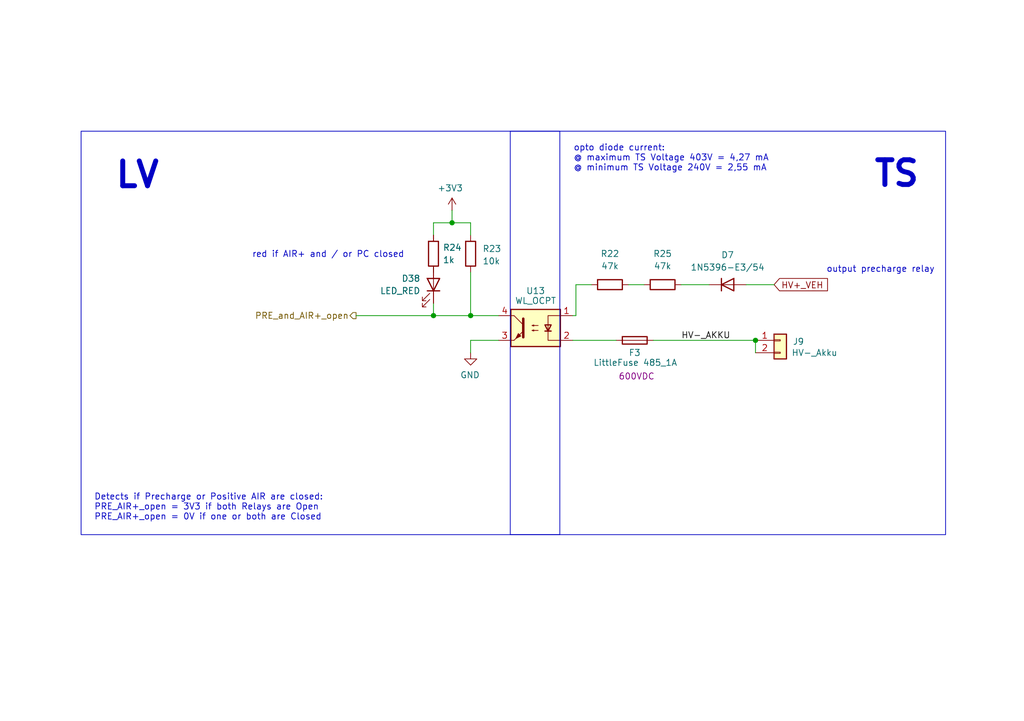
<source format=kicad_sch>
(kicad_sch (version 20250114) (generator "eeschema") (generator_version "9.0")
  (paper "A5")
  (title_block (title "Precharge State Detection") (date "2025-03-09") (rev "V1") (comment 1 "Lene Marquardt"))
  (lib_symbols
    (symbol "Connector_Generic:Conn_01x02" (pin_names (offset 1.016) (hide yes))
      (property "Reference" "J" (at 0 2.54 0))
      (property "Value" "Conn_01x02" (at 0 -5.08 0))
      (symbol "Conn_01x02_1_1"
        (rectangle (start -1.27 1.27) (end 1.27 -3.81) (stroke (width 0.254)) (fill (type background)))
        (rectangle (start -1.27 0.127) (end 0 -0.127) (stroke (width 0.1524)))
        (rectangle (start -1.27 -2.413) (end 0 -2.667) (stroke (width 0.1524)))
        (pin passive line (at -5.08 0 0) (length 3.81) (name "Pin_1") (number "1"))
        (pin passive line (at -5.08 -2.54 0) (length 3.81) (name "Pin_2") (number "2"))
      )
    )
    (symbol "Device:D" (pin_numbers (hide yes)) (pin_names (offset 1.016) (hide yes))
      (property "Reference" "D" (at 0 2.54 0))
      (property "Value" "D" (at 0 -2.54 0))
      (symbol "D_0_1"
        (polyline (pts (xy -1.27 1.27) (xy -1.27 -1.27)) (stroke (width 0.254)))
        (polyline (pts (xy 1.27 1.27) (xy 1.27 -1.27) (xy -1.27 0) (xy 1.27 1.27)) (stroke (width 0.254)))
        (polyline (pts (xy 1.27 0) (xy -1.27 0)))
      )
      (symbol "D_1_1"
        (pin passive line (at -3.81 0 0) (length 2.54) (name "K") (number "1"))
        (pin passive line (at 3.81 0 180) (length 2.54) (name "A") (number "2"))
      )
    )
    (symbol "Device:LED" (pin_numbers (hide yes)) (pin_names (offset 1.016) (hide yes))
      (property "Reference" "D" (at 0 2.54 0))
      (property "Value" "LED" (at 0 -2.54 0))
      (symbol "LED_0_1"
        (polyline (pts (xy -3.048 -0.762) (xy -4.572 -2.286) (xy -3.81 -2.286) (xy -4.572 -2.286) (xy -4.572 -1.524)))
        (polyline (pts (xy -1.778 -0.762) (xy -3.302 -2.286) (xy -2.54 -2.286) (xy -3.302 -2.286) (xy -3.302 -1.524)))
        (polyline (pts (xy -1.27 0) (xy 1.27 0)))
        (polyline (pts (xy -1.27 -1.27) (xy -1.27 1.27)) (stroke (width 0.254)))
        (polyline (pts (xy 1.27 -1.27) (xy 1.27 1.27) (xy -1.27 0) (xy 1.27 -1.27)) (stroke (width 0.254)))
      )
      (symbol "LED_1_1"
        (pin passive line (at -3.81 0 0) (length 2.54) (name "K") (number "1"))
        (pin passive line (at 3.81 0 180) (length 2.54) (name "A") (number "2"))
      )
    )
    (symbol "Device:R" (pin_numbers (hide yes)) (pin_names (offset 0))
      (property "Reference" "R" (at 2.032 0 90))
      (property "Value" "R" (at 0 0 90))
      (symbol "R_0_1"
        (rectangle (start -1.016 -2.54) (end 1.016 2.54) (stroke (width 0.254)))
      )
      (symbol "R_1_1"
        (pin passive line (at 0 3.81 270) (length 1.27) (name "~") (number "1"))
        (pin passive line (at 0 -3.81 90) (length 1.27) (name "~") (number "2"))
      )
    )
    (symbol "FaSTTUBe_Fuses:485_1A" (pin_numbers (hide yes)) (pin_names (offset 0))
      (property "Reference" "F" (at 2.032 0 90))
      (property "Value" "485_1A" (at -5.08 0 90))
      (property "Voltage" "600VDC" (at -2.54 0 90))
      (symbol "485_1A_0_1"
        (rectangle (start -0.762 -2.54) (end 0.762 2.54) (stroke (width 0.254)))
        (polyline (pts (xy 0 2.54) (xy 0 -2.54)))
      )
      (symbol "485_1A_1_1"
        (pin passive line (at 0 3.81 270) (length 1.27) (name "~") (number "1"))
        (pin passive line (at 0 -3.81 90) (length 1.27) (name "~") (number "2"))
      )
    )
    (symbol "Isolator:FODM217A"
      (property "Reference" "U4" (at 1.27 7.62 0))
      (property "Value" "WL_OCDA" (at 1.27 5.588 0))
      (symbol "FODM217A_0_1"
        (rectangle (start -5.08 3.81) (end 5.08 -3.81) (stroke (width 0.254)) (fill (type background)))
        (polyline (pts (xy -5.08 2.54) (xy -2.54 2.54) (xy -2.54 -0.635)))
        (polyline (pts (xy -3.175 -0.635) (xy -1.905 -0.635)) (stroke (width 0.254)))
        (polyline (pts (xy -2.54 -0.635) (xy -2.54 -2.54) (xy -5.08 -2.54)))
        (polyline (pts (xy -2.54 -0.635) (xy -3.175 0.635) (xy -1.905 0.635) (xy -2.54 -0.635)) (stroke (width 0.254)))
        (polyline (pts (xy -0.508 0.508) (xy 0.762 0.508) (xy 0.381 0.381) (xy 0.381 0.635) (xy 0.762 0.508)))
        (polyline (pts (xy -0.508 -0.508) (xy 0.762 -0.508) (xy 0.381 -0.635) (xy 0.381 -0.381) (xy 0.762 -0.508)))
        (polyline (pts (xy 2.54 1.905) (xy 2.54 -1.905) (xy 2.54 -1.905)) (stroke (width 0.508)))
        (polyline (pts (xy 2.54 0.635) (xy 4.445 2.54)))
        (polyline (pts (xy 3.048 -1.651) (xy 3.556 -1.143) (xy 4.064 -2.159) (xy 3.048 -1.651) (xy 3.048 -1.651)) (fill (type outline)))
        (polyline (pts (xy 4.445 2.54) (xy 5.08 2.54)))
        (polyline (pts (xy 4.445 -2.54) (xy 2.54 -0.635)) (fill (type outline)))
        (polyline (pts (xy 4.445 -2.54) (xy 5.08 -2.54)))
      )
      (symbol "FODM217A_1_1"
        (pin passive line (at -7.62 2.54 0) (length 2.54) (name "~") (number "1"))
        (pin passive line (at -7.62 -2.54 0) (length 2.54) (name "~") (number "2"))
        (pin passive line (at 7.62 2.54 180) (length 2.54) (name "~") (number "4"))
        (pin passive line (at 7.62 -2.54 180) (length 2.54) (name "~") (number "3"))
      )
    )
    (symbol "power:+3V3" (power) (pin_numbers (hide yes)) (pin_names (offset 0) (hide yes))
      (property "Value" "+3V3" (at 0 3.556 0))
      (symbol "+3V3_0_1"
        (polyline (pts (xy -0.762 1.27) (xy 0 2.54)))
        (polyline (pts (xy 0 2.54) (xy 0.762 1.27)))
        (polyline (pts (xy 0 0) (xy 0 2.54)))
      )
      (symbol "+3V3_1_1"
        (pin power_in line (at 0 0 90) (length 0) (name "~") (number "1"))
      )
    )
    (symbol "power:GND" (power) (pin_numbers (hide yes)) (pin_names (offset 0) (hide yes))
      (property "Value" "GND" (at 0 -3.81 0))
      (symbol "GND_0_1"
        (polyline (pts (xy 0 0) (xy 0 -1.27) (xy 1.27 -1.27) (xy 0 -2.54) (xy -1.27 -1.27) (xy 0 -1.27)))
      )
      (symbol "GND_1_1"
        (pin power_in line (at 0 0 270) (length 0) (name "~") (number "1"))
      )
    )
  )
  (rectangle (start 104.648 26.924) (end 114.808 109.728))
  (rectangle (start 16.637 26.924) (end 193.929 109.728))
  (text "output precharge relay" (at 180.594 55.372 0) (effects (font (size 1.27 1.27))))
  (text "Detects if Precharge or Positive AIR are closed:\nPRE_AIR+_open = 3V3 if both Relays are Open\nPRE_AIR+_open = 0V if one or both are Closed " (at 19.304 106.934 0) (effects (font (size 1.27 1.27)) (justify left bottom)))
  (text "LV" (at 28.194 36.068 0) (effects (font (size 5.08 5.08) (thickness 1.016) (bold yes))))
  (text "red if AIR+ and / or PC closed" (at 67.31 52.324 0) (effects (font (size 1.27 1.27))))
  (text "TS" (at 183.896 35.814 0) (effects (font (size 5.08 5.08) (thickness 1.016) (bold yes))))
  (text "opto diode current:\n@ maximum TS Voltage 403V = 4,27 mA\n@ minimum TS Voltage 240V = 2,55 mA" (at 117.602 32.512 0) (effects (font (size 1.27 1.27)) (justify left)))
  (junction (at 154.94 69.85))
  (junction (at 92.71 45.72))
  (junction (at 96.52 64.77))
  (junction (at 88.9 64.77))
  (wire (pts (xy 96.52 45.72) (xy 96.52 48.26)))
  (wire (pts (xy 88.9 48.26) (xy 88.9 45.72)))
  (wire (pts (xy 133.985 69.85) (xy 154.94 69.85)))
  (wire (pts (xy 139.7 58.42) (xy 145.415 58.42)))
  (wire (pts (xy 88.9 54.61) (xy 88.9 55.88)))
  (wire (pts (xy 88.9 45.72) (xy 92.71 45.72)))
  (wire (pts (xy 153.035 58.42) (xy 158.75 58.42)))
  (wire (pts (xy 88.9 64.77) (xy 96.52 64.77)))
  (wire (pts (xy 154.94 69.85) (xy 154.94 72.39)))
  (wire (pts (xy 92.71 43.18) (xy 92.71 45.72)))
  (wire (pts (xy 128.905 58.42) (xy 132.08 58.42)))
  (wire (pts (xy 73.025 64.77) (xy 88.9 64.77)))
  (wire (pts (xy 117.475 69.85) (xy 126.365 69.85)))
  (wire (pts (xy 96.52 69.85) (xy 96.52 72.39)))
  (wire (pts (xy 96.52 64.77) (xy 102.235 64.77)))
  (wire (pts (xy 118.11 64.77) (xy 117.475 64.77)))
  (wire (pts (xy 118.11 58.42) (xy 121.285 58.42)))
  (wire (pts (xy 96.52 55.88) (xy 96.52 64.77)))
  (wire (pts (xy 92.71 45.72) (xy 96.52 45.72)))
  (wire (pts (xy 88.9 62.23) (xy 88.9 64.77)))
  (wire (pts (xy 118.11 58.42) (xy 118.11 64.77)))
  (wire (pts (xy 96.52 69.85) (xy 102.235 69.85)))
  (label "HV-_AKKU" (at 139.7 69.85 0) (property "Netclass" "HV-Leitung" (effects (hide yes))))
  (global_label "HV+_VEH" (shape input) (at 158.75 58.42 0) (property "Intersheetrefs" "${INTERSHEET_REFS}" (effects (hide yes))))
  (hierarchical_label "PRE_and_AIR+_open" (shape output) (at 73.025 64.77 180))
  (symbol (lib_id "Device:R") (at 88.9 52.07 0) (unit 1)
    (property "Reference" "R24" (at 90.805 50.7999 0) (effects (justify left)))
    (property "Value" "1k" (at 90.805 53.3399 0) (effects (justify left)))
    (property "Footprint" "Resistor_SMD:R_0603_1608Metric" (effects (hide yes)))
    (property "Description" "Resistor" (effects (hide yes)))
  )
  (symbol (lib_id "power:+3V3") (at 92.71 43.18 0) (unit 1)
    (property "Reference" "#PWR029" (effects (hide yes)))
    (property "Value" "+3V3" (at 92.329 38.608 0))
    (property "Description" "Power symbol creates a global label with name \"+3V3\"" (effects (hide yes)))
  )
  (symbol (lib_id "Device:R") (at 96.52 52.07 0) (unit 1)
    (property "Reference" "R23" (at 98.933 51.054 0) (effects (justify left)))
    (property "Value" "10k" (at 98.933 53.594 0) (effects (justify left)))
    (property "Footprint" "Resistor_SMD:R_0603_1608Metric" (effects (hide yes)))
    (property "Description" "Resistor" (effects (hide yes)))
  )
  (symbol (lib_id "FaSTTUBe_Fuses:485_1A") (at 130.175 69.85 270) (mirror x) (unit 1)
    (property "Reference" "F3" (at 130.175 72.39 90))
    (property "Value" "LittleFuse 485_1A" (at 130.302 74.422 90))
    (property "Footprint" "FaSTTUBe_Fuses:Littelfuse_485" (effects (hide yes)))
    (property "Datasheet" "https://www.mouser.de/datasheet/2/643/ds_CP_0ACJ_series-3045709.pdf" (effects (hide yes)))
    (property "Voltage" "600VDC" (at 130.556 77.216 90))
  )
  (symbol (lib_id "Isolator:FODM217A") (at 109.855 67.31 0) (mirror y) (unit 1)
    (property "Reference" "U13" (at 109.855 59.69 0))
    (property "Value" "WL_OCPT" (at 109.855 61.722 0))
    (property "Footprint" "Package_SO:SOP-4_3.8x4.1mm_P2.54mm" (effects (hide yes)))
    (property "Datasheet" "https://www.we-online.com/components/products/datasheet/140356145200.pdf" (effects (hide yes)))
    (property "Description" "140356145200" (effects (hide yes)))
  )
  (symbol (lib_id "Device:D") (at 149.225 58.42 0) (unit 1)
    (property "Reference" "D7" (at 149.225 52.324 0))
    (property "Value" "1N5396-E3/54" (at 149.225 54.864 0))
    (property "Footprint" "Diode_THT:D_DO-41_SOD81_P12.70mm_Horizontal" (effects (hide yes)))
    (property "Datasheet" "https://www.vishay.com/docs/88514/1n5391.pdf" (effects (hide yes)))
    (property "Description" "500 V" (effects (hide yes)))
  )
  (symbol (lib_id "Connector_Generic:Conn_01x02") (at 160.02 69.85 0) (unit 1)
    (property "Reference" "J9" (at 162.56 70.104 0) (effects (justify left)))
    (property "Value" "HV-_Akku" (at 162.306 72.39 0) (effects (justify left)))
    (property "Footprint" "FaSTTUBe_connectors:Micro_Mate-N-Lok_2p_vertical" (effects (hide yes)))
    (property "Description" "Generic connector, single row, 01x02, script generated (kicad-library-utils/schlib/autogen/connector/)" (effects (hide yes)))
    (property "Silkscreen" "HV-_Akku" (effects (hide yes)))
  )
  (symbol (lib_id "Device:LED") (at 88.9 58.42 270) (mirror x) (unit 1)
    (property "Reference" "D38" (at 86.233 57.15 90) (effects (justify right)))
    (property "Value" "LED_RED" (at 86.233 59.69 90) (effects (justify right)))
    (property "Footprint" "LED_SMD:LED_0603_1608Metric" (effects (hide yes)))
    (property "Description" "AIR+ and PC closed" (effects (hide yes)))
  )
  (symbol (lib_id "power:GND") (at 96.52 72.39 0) (unit 1)
    (property "Reference" "#PWR015" (effects (hide yes)))
    (property "Value" "GND" (at 96.393 76.962 0))
    (property "Description" "Power symbol creates a global label with name \"GND\" , ground" (effects (hide yes)))
  )
  (symbol (lib_id "Device:R") (at 125.095 58.42 270) (unit 1)
    (property "Reference" "R22" (at 125.095 52.07 90))
    (property "Value" "47k" (at 125.095 54.61 90))
    (property "Footprint" "Resistor_SMD:R_2010_5025Metric" (effects (hide yes)))
    (property "Datasheet" "https://www.mouser.de/ProductDetail/TE-Connectivity-Holsworthy/CRGP2010F47K?qs=wUXugUrL1qx%252BxxKxOzC7tQ%3D%3D" (effects (hide yes)))
    (property "Description" "Resistor 400V, 1.25 W" (effects (hide yes)))
  )
  (symbol (lib_id "Device:R") (at 135.89 58.42 270) (unit 1)
    (property "Reference" "R25" (at 135.89 52.07 90))
    (property "Value" "47k" (at 135.89 54.61 90))
    (property "Footprint" "Resistor_SMD:R_2010_5025Metric" (effects (hide yes)))
    (property "Datasheet" "https://www.mouser.de/ProductDetail/TE-Connectivity-Holsworthy/CRGP2010F47K?qs=wUXugUrL1qx%252BxxKxOzC7tQ%3D%3D" (effects (hide yes)))
    (property "Description" "Resistor 400V, 1.25 W" (effects (hide yes)))
  )
)
</source>
